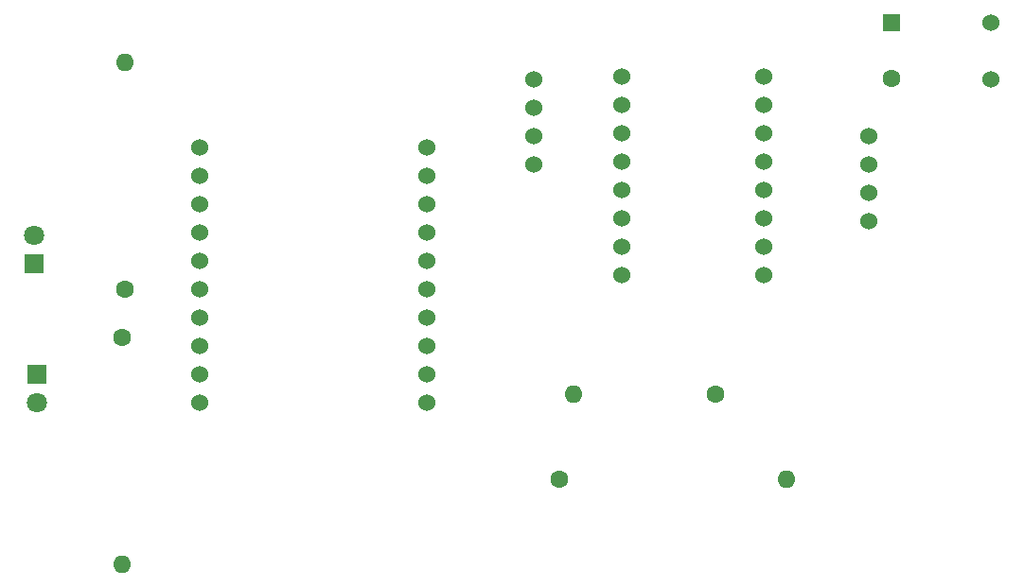
<source format=gbs>
G04 #@! TF.GenerationSoftware,KiCad,Pcbnew,(5.1.10)-1*
G04 #@! TF.CreationDate,2021-11-08T21:36:16-05:00*
G04 #@! TF.ProjectId,SmartShade,536d6172-7453-4686-9164-652e6b696361,rev?*
G04 #@! TF.SameCoordinates,Original*
G04 #@! TF.FileFunction,Soldermask,Bot*
G04 #@! TF.FilePolarity,Negative*
%FSLAX46Y46*%
G04 Gerber Fmt 4.6, Leading zero omitted, Abs format (unit mm)*
G04 Created by KiCad (PCBNEW (5.1.10)-1) date 2021-11-08 21:36:16*
%MOMM*%
%LPD*%
G01*
G04 APERTURE LIST*
%ADD10R,1.600000X1.600000*%
%ADD11C,1.600000*%
%ADD12C,1.800000*%
%ADD13R,1.800000X1.800000*%
%ADD14O,1.600000X1.600000*%
%ADD15C,1.524000*%
G04 APERTURE END LIST*
D10*
X176530000Y-68580000D03*
D11*
X176530000Y-73580000D03*
D12*
X99822000Y-87630000D03*
D13*
X99822000Y-90170000D03*
X100076000Y-100076000D03*
D12*
X100076000Y-102616000D03*
D11*
X107950000Y-92456000D03*
D14*
X107950000Y-72136000D03*
X107696000Y-117094000D03*
D11*
X107696000Y-96774000D03*
X146812000Y-109474000D03*
D14*
X167132000Y-109474000D03*
D11*
X160782000Y-101854000D03*
D14*
X148082000Y-101854000D03*
D15*
X152400000Y-73406000D03*
X152400000Y-75946000D03*
X152400000Y-78486000D03*
X152400000Y-81026000D03*
X152400000Y-83566000D03*
X152400000Y-86106000D03*
X152400000Y-88646000D03*
X152400000Y-91186000D03*
X165100000Y-91186000D03*
X165100000Y-88646000D03*
X165100000Y-86106000D03*
X165100000Y-83566000D03*
X165100000Y-81026000D03*
X165100000Y-78486000D03*
X165100000Y-75946000D03*
X165100000Y-73406000D03*
X114614001Y-79816001D03*
X114614001Y-82356001D03*
X114614001Y-84896001D03*
X114614001Y-87436001D03*
X114614001Y-89976001D03*
X114614001Y-92516001D03*
X114614001Y-95056001D03*
X114614001Y-97596001D03*
X114614001Y-100136001D03*
X114614001Y-102676001D03*
X134934001Y-89976001D03*
X134934001Y-84896001D03*
X134934001Y-79816001D03*
X134934001Y-92516001D03*
X134934001Y-95056001D03*
X134934001Y-97596001D03*
X134934001Y-82356001D03*
X134934001Y-87436001D03*
X134934001Y-100136001D03*
X134934001Y-102676001D03*
X144526000Y-73660000D03*
X144526000Y-76200000D03*
X144526000Y-78740000D03*
X144526000Y-81280000D03*
X185420000Y-68580000D03*
X185420000Y-73660000D03*
X174498000Y-78740000D03*
X174498000Y-81280000D03*
X174498000Y-83820000D03*
X174498000Y-86360000D03*
M02*

</source>
